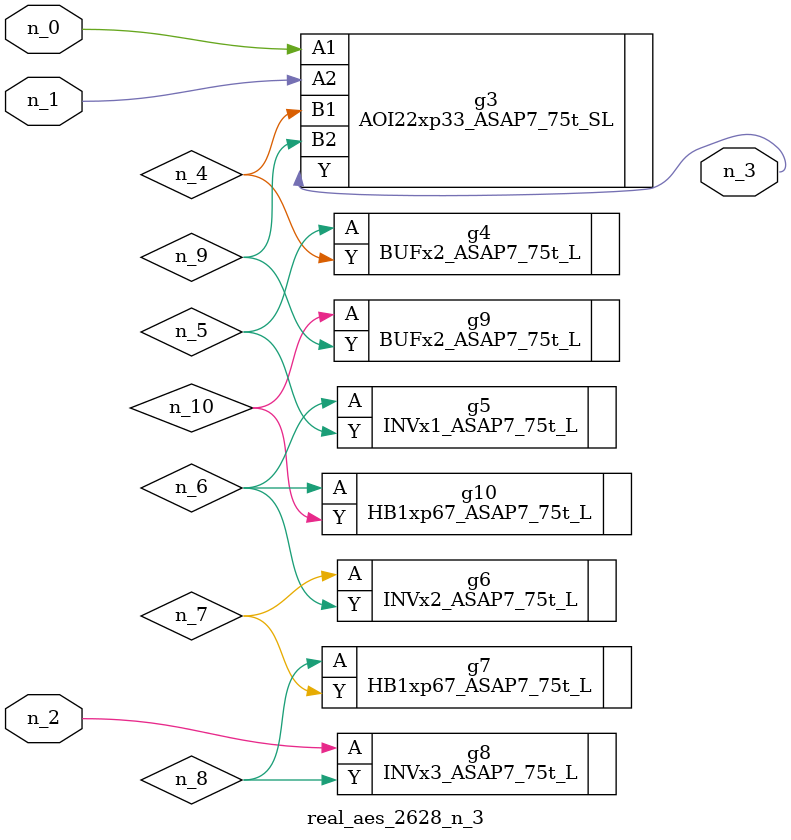
<source format=v>
module real_aes_2628_n_3 (n_0, n_2, n_1, n_3);
input n_0;
input n_2;
input n_1;
output n_3;
wire n_4;
wire n_5;
wire n_7;
wire n_9;
wire n_6;
wire n_8;
wire n_10;
AOI22xp33_ASAP7_75t_SL g3 ( .A1(n_0), .A2(n_1), .B1(n_4), .B2(n_9), .Y(n_3) );
INVx3_ASAP7_75t_L g8 ( .A(n_2), .Y(n_8) );
BUFx2_ASAP7_75t_L g4 ( .A(n_5), .Y(n_4) );
INVx1_ASAP7_75t_L g5 ( .A(n_6), .Y(n_5) );
HB1xp67_ASAP7_75t_L g10 ( .A(n_6), .Y(n_10) );
INVx2_ASAP7_75t_L g6 ( .A(n_7), .Y(n_6) );
HB1xp67_ASAP7_75t_L g7 ( .A(n_8), .Y(n_7) );
BUFx2_ASAP7_75t_L g9 ( .A(n_10), .Y(n_9) );
endmodule
</source>
